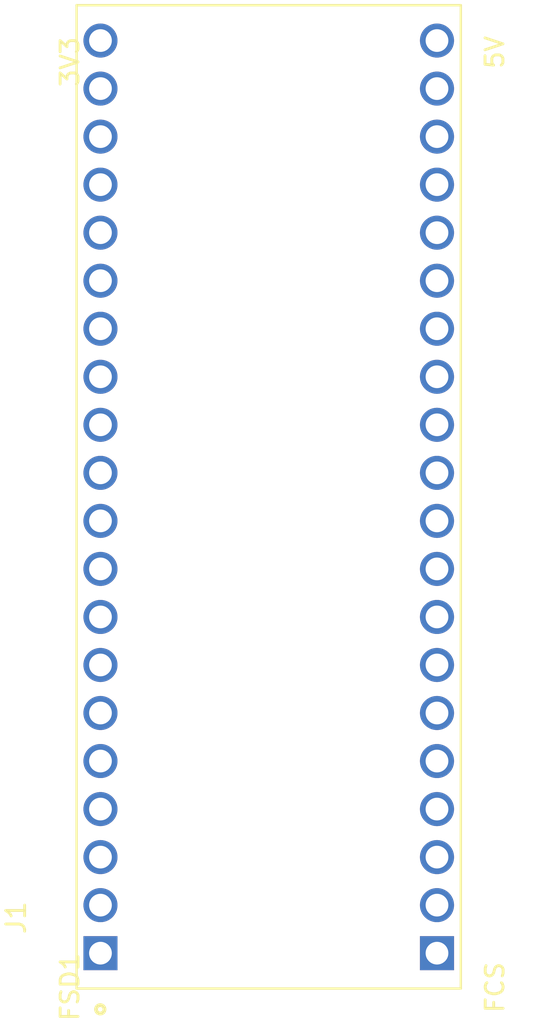
<source format=kicad_pcb>
(kicad_pcb (version 20211014) (generator pcbnew)
  (layers (0 "F.Cu" signal) (31 "B.Cu" signal) (34 "B.Paste" user) (35 "F.Paste" user) (36 "B.SilkS" user "B.Silkscreen") (37 "F.SilkS" user "F.Silkscreen") (38 "B.Mask" user) (39 "F.Mask" user) (44 "Edge.Cuts" user))
  (net 0 "")
  (footprint "esp32-pico-kit:esp32-pico-kit" (layer "F.Cu") (at 131 67 90)
    (fp_text reference "J1" (at -22.2541 -13.3495 90) (layer "F.SilkS"))
    (fp_text value "XCVR_ESP32-PICO-KIT")
    (fp_text user "5V" (at 23.5064 11.9438 90) (layer "F.SilkS") (effects (font (size 0.945339 0.945339))))
    (fp_text user "3V3" (at 23.0002 -10.506 90) (layer "F.SilkS") (effects (font (size 0.945425 0.945425))))
    (fp_text user "FCS" (at -25.9405 11.953 90) (layer "F.SilkS") (effects (font (size 0.946071 0.946071))))
    (fp_text user "FSD1" (at -25.9215 -10.5055 90) (layer "F.SilkS") (effects (font (size 0.945378 0.945378))))
    (fp_line (start -26 10.15) (end -26 -10.15) (layer "F.SilkS") (width 0.127))
    (fp_line (start 26 -10.15) (end 26 10.15) (layer "F.SilkS") (width 0.127))
    (fp_line (start -26 -10.15) (end 26 -10.15) (layer "F.SilkS") (width 0.127))
    (fp_line (start 26 10.15) (end -26 10.15) (layer "F.SilkS") (width 0.127))
    (fp_circle (center -27.1 -8.9) (end -26.876394 -8.9) (layer "F.SilkS") (width 0.2) (fill none))
    (pad "J2_1" thru_hole rect (at -24.13 -8.89 90) (size 1.8 1.8) (drill 1.2) (layers *.Cu *.Mask))
    (pad "J2_2" thru_hole circle (at -21.59 -8.89 90) (size 1.8 1.8) (drill 1.2) (layers *.Cu *.Mask))
    (pad "J2_3" thru_hole circle (at -19.05 -8.89 90) (size 1.8 1.8) (drill 1.2) (layers *.Cu *.Mask))
    (pad "J2_4" thru_hole circle (at -16.51 -8.89 90) (size 1.8 1.8) (drill 1.2) (layers *.Cu *.Mask))
    (pad "J2_5" thru_hole circle (at -13.97 -8.89 90) (size 1.8 1.8) (drill 1.2) (layers *.Cu *.Mask))
    (pad "J2_6" thru_hole circle (at -11.43 -8.89 90) (size 1.8 1.8) (drill 1.2) (layers *.Cu *.Mask))
    (pad "J2_7" thru_hole circle (at -8.89 -8.89 90) (size 1.8 1.8) (drill 1.2) (layers *.Cu *.Mask))
    (pad "J2_8" thru_hole circle (at -6.35 -8.89 90) (size 1.8 1.8) (drill 1.2) (layers *.Cu *.Mask))
    (pad "J2_9" thru_hole circle (at -3.81 -8.89 90) (size 1.8 1.8) (drill 1.2) (layers *.Cu *.Mask))
    (pad "J2_10" thru_hole circle (at -1.27 -8.89 90) (size 1.8 1.8) (drill 1.2) (layers *.Cu *.Mask))
    (pad "J2_11" thru_hole circle (at 1.27 -8.89 90) (size 1.8 1.8) (drill 1.2) (layers *.Cu *.Mask))
    (pad "J2_12" thru_hole circle (at 3.81 -8.89 90) (size 1.8 1.8) (drill 1.2) (layers *.Cu *.Mask))
    (pad "J2_13" thru_hole circle (at 6.35 -8.89 90) (size 1.8 1.8) (drill 1.2) (layers *.Cu *.Mask))
    (pad "J2_14" thru_hole circle (at 8.89 -8.89 90) (size 1.8 1.8) (drill 1.2) (layers *.Cu *.Mask))
    (pad "J2_15" thru_hole circle (at 11.43 -8.89 90) (size 1.8 1.8) (drill 1.2) (layers *.Cu *.Mask))
    (pad "J2_16" thru_hole circle (at 13.97 -8.89 90) (size 1.8 1.8) (drill 1.2) (layers *.Cu *.Mask))
    (pad "J2_17" thru_hole circle (at 16.51 -8.89 90) (size 1.8 1.8) (drill 1.2) (layers *.Cu *.Mask))
    (pad "J2_18" thru_hole circle (at 19.05 -8.89 90) (size 1.8 1.8) (drill 1.2) (layers *.Cu *.Mask))
    (pad "J2_19" thru_hole circle (at 21.59 -8.89 90) (size 1.8 1.8) (drill 1.2) (layers *.Cu *.Mask))
    (pad "J2_20" thru_hole circle (at 24.13 -8.89 90) (size 1.8 1.8) (drill 1.2) (layers *.Cu *.Mask))
    (pad "J3_1" thru_hole rect (at -24.13 8.89 90) (size 1.8 1.8) (drill 1.2) (layers *.Cu *.Mask))
    (pad "J3_2" thru_hole circle (at -21.59 8.89 90) (size 1.8 1.8) (drill 1.2) (layers *.Cu *.Mask))
    (pad "J3_3" thru_hole circle (at -19.05 8.89 90) (size 1.8 1.8) (drill 1.2) (layers *.Cu *.Mask))
    (pad "J3_4" thru_hole circle (at -16.51 8.89 90) (size 1.8 1.8) (drill 1.2) (layers *.Cu *.Mask))
    (pad "J3_5" thru_hole circle (at -13.97 8.89 90) (size 1.8 1.8) (drill 1.2) (layers *.Cu *.Mask))
    (pad "J3_6" thru_hole circle (at -11.43 8.89 90) (size 1.8 1.8) (drill 1.2) (layers *.Cu *.Mask))
    (pad "J3_7" thru_hole circle (at -8.89 8.89 90) (size 1.8 1.8) (drill 1.2) (layers *.Cu *.Mask))
    (pad "J3_8" thru_hole circle (at -6.35 8.89 90) (size 1.8 1.8) (drill 1.2) (layers *.Cu *.Mask))
    (pad "J3_9" thru_hole circle (at -3.81 8.89 90) (size 1.8 1.8) (drill 1.2) (layers *.Cu *.Mask))
    (pad "J3_10" thru_hole circle (at -1.27 8.89 90) (size 1.8 1.8) (drill 1.2) (layers *.Cu *.Mask))
    (pad "J3_11" thru_hole circle (at 1.27 8.89 90) (size 1.8 1.8) (drill 1.2) (layers *.Cu *.Mask))
    (pad "J3_12" thru_hole circle (at 3.81 8.89 90) (size 1.8 1.8) (drill 1.2) (layers *.Cu *.Mask))
    (pad "J3_13" thru_hole circle (at 6.35 8.89 90) (size 1.8 1.8) (drill 1.2) (layers *.Cu *.Mask))
    (pad "J3_14" thru_hole circle (at 8.89 8.89 90) (size 1.8 1.8) (drill 1.2) (layers *.Cu *.Mask))
    (pad "J3_15" thru_hole circle (at 11.43 8.89 90) (size 1.8 1.8) (drill 1.2) (layers *.Cu *.Mask))
    (pad "J3_16" thru_hole circle (at 13.97 8.89 90) (size 1.8 1.8) (drill 1.2) (layers *.Cu *.Mask))
    (pad "J3_17" thru_hole circle (at 16.51 8.89 90) (size 1.8 1.8) (drill 1.2) (layers *.Cu *.Mask))
    (pad "J3_18" thru_hole circle (at 19.05 8.89 90) (size 1.8 1.8) (drill 1.2) (layers *.Cu *.Mask))
    (pad "J3_19" thru_hole circle (at 21.59 8.89 90) (size 1.8 1.8) (drill 1.2) (layers *.Cu *.Mask))
    (pad "J3_20" thru_hole circle (at 24.13 8.89 90) (size 1.8 1.8) (drill 1.2) (layers *.Cu *.Mask))
  )
)
</source>
